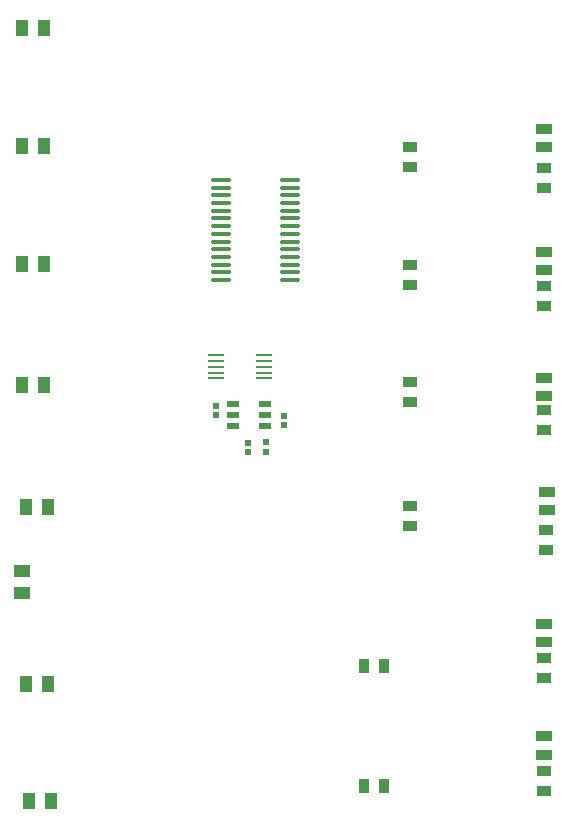
<source format=gbr>
G04 Layer_Color=8421504*
%FSLAX26Y26*%
%MOIN*%
%TF.FileFunction,Paste,Top*%
%TF.Part,Single*%
G01*
G75*
%TA.AperFunction,SMDPad,CuDef*%
%ADD10O,0.072835X0.013780*%
%ADD11R,0.033465X0.051181*%
%ADD12R,0.051181X0.033465*%
%ADD13R,0.053150X0.037402*%
%ADD14R,0.039370X0.023622*%
%ADD15R,0.020472X0.020472*%
%ADD16O,0.057087X0.009842*%
%ADD17R,0.041339X0.055118*%
%ADD18R,0.055118X0.041339*%
D10*
X1325175Y5396912D02*
D03*
Y5422502D02*
D03*
Y5448093D02*
D03*
Y5473683D02*
D03*
Y5499274D02*
D03*
Y5524864D02*
D03*
Y5550455D02*
D03*
Y5576046D02*
D03*
Y5601636D02*
D03*
Y5627227D02*
D03*
Y5652817D02*
D03*
Y5678408D02*
D03*
Y5703998D02*
D03*
Y5729589D02*
D03*
X1094860Y5396912D02*
D03*
Y5422502D02*
D03*
Y5448093D02*
D03*
Y5473683D02*
D03*
Y5499274D02*
D03*
Y5524864D02*
D03*
Y5550455D02*
D03*
Y5576046D02*
D03*
Y5601636D02*
D03*
Y5627227D02*
D03*
Y5652817D02*
D03*
Y5678408D02*
D03*
Y5703998D02*
D03*
Y5729589D02*
D03*
D11*
X1571038Y4111402D02*
D03*
X1637968D02*
D03*
X1571040Y3711404D02*
D03*
X1637970D02*
D03*
D12*
X2169230Y4068278D02*
D03*
Y4135208D02*
D03*
X1724350Y4643080D02*
D03*
Y4576150D02*
D03*
Y5056466D02*
D03*
Y4989536D02*
D03*
X1724348Y5446232D02*
D03*
Y5379302D02*
D03*
X2169230Y3694264D02*
D03*
Y3761192D02*
D03*
X2169229Y5702137D02*
D03*
Y5769067D02*
D03*
X2169230Y5308434D02*
D03*
Y5375364D02*
D03*
X2177102Y4497412D02*
D03*
Y4564340D02*
D03*
X2169230Y4895048D02*
D03*
Y4961976D02*
D03*
X1724348Y5839932D02*
D03*
Y5773002D02*
D03*
D13*
X2170001Y5838503D02*
D03*
Y5901495D02*
D03*
Y4188504D02*
D03*
Y4251496D02*
D03*
X2169230Y3814342D02*
D03*
Y3877334D02*
D03*
X2170001Y5428504D02*
D03*
Y5491496D02*
D03*
X2180001Y4628503D02*
D03*
Y4691495D02*
D03*
X2170001Y5008503D02*
D03*
Y5071495D02*
D03*
D14*
X1133600Y4983710D02*
D03*
Y4946308D02*
D03*
Y4908908D02*
D03*
X1241868D02*
D03*
Y4946308D02*
D03*
Y4983710D02*
D03*
D15*
X1304190Y4912530D02*
D03*
Y4944026D02*
D03*
X1077498Y4977804D02*
D03*
Y4946308D02*
D03*
X1243168Y4855444D02*
D03*
Y4823948D02*
D03*
X1184782Y4823002D02*
D03*
Y4854498D02*
D03*
D16*
X1235964Y5068356D02*
D03*
Y5088042D02*
D03*
Y5107726D02*
D03*
Y5127412D02*
D03*
Y5147096D02*
D03*
X1076514Y5068356D02*
D03*
Y5088042D02*
D03*
Y5107726D02*
D03*
Y5127412D02*
D03*
Y5147096D02*
D03*
D17*
X429071Y6237568D02*
D03*
X503875D02*
D03*
Y5843867D02*
D03*
X429071D02*
D03*
X503876Y5450168D02*
D03*
X429072D02*
D03*
X503876Y5046626D02*
D03*
X429072D02*
D03*
X517401Y4640001D02*
D03*
X442597D02*
D03*
X527401Y3659999D02*
D03*
X452597D02*
D03*
X517401Y4050001D02*
D03*
X442597D02*
D03*
D18*
X430001Y4352597D02*
D03*
Y4427401D02*
D03*
%TF.MD5,381c6696bdcba9289ca455c8e7483149*%
M02*

</source>
